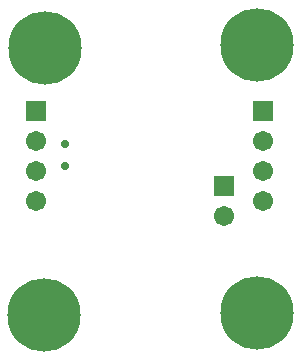
<source format=gbs>
G04*
G04 #@! TF.GenerationSoftware,Altium Limited,Altium Designer,21.8.1 (53)*
G04*
G04 Layer_Color=16711935*
%FSLAX25Y25*%
%MOIN*%
G70*
G04*
G04 #@! TF.SameCoordinates,F690618D-AD4D-4C01-A63D-FBD870E761B6*
G04*
G04*
G04 #@! TF.FilePolarity,Negative*
G04*
G01*
G75*
%ADD20R,0.06706X0.06706*%
%ADD21C,0.06706*%
%ADD22C,0.24422*%
%ADD23C,0.02769*%
D20*
X443000Y326500D02*
D03*
X367500D02*
D03*
X430000Y301500D02*
D03*
D21*
X443000Y316500D02*
D03*
Y306500D02*
D03*
Y296500D02*
D03*
X367500Y316500D02*
D03*
Y306500D02*
D03*
Y296500D02*
D03*
X430000Y291500D02*
D03*
D22*
X441000Y259000D02*
D03*
X370000Y258500D02*
D03*
X441000Y348500D02*
D03*
X370500Y347500D02*
D03*
D23*
X377000Y308000D02*
D03*
Y315500D02*
D03*
M02*

</source>
